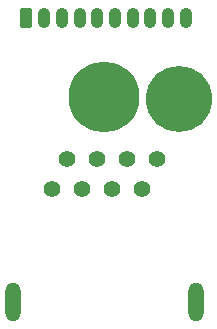
<source format=gbl>
G04 #@! TF.GenerationSoftware,KiCad,Pcbnew,(6.0.4-0)*
G04 #@! TF.CreationDate,2022-09-25T17:40:02+01:00*
G04 #@! TF.ProjectId,FB4NetworkAdaptor,4642344e-6574-4776-9f72-6b4164617074,rev?*
G04 #@! TF.SameCoordinates,Original*
G04 #@! TF.FileFunction,Copper,L2,Bot*
G04 #@! TF.FilePolarity,Positive*
%FSLAX46Y46*%
G04 Gerber Fmt 4.6, Leading zero omitted, Abs format (unit mm)*
G04 Created by KiCad (PCBNEW (6.0.4-0)) date 2022-09-25 17:40:02*
%MOMM*%
%LPD*%
G01*
G04 APERTURE LIST*
G04 Aperture macros list*
%AMRoundRect*
0 Rectangle with rounded corners*
0 $1 Rounding radius*
0 $2 $3 $4 $5 $6 $7 $8 $9 X,Y pos of 4 corners*
0 Add a 4 corners polygon primitive as box body*
4,1,4,$2,$3,$4,$5,$6,$7,$8,$9,$2,$3,0*
0 Add four circle primitives for the rounded corners*
1,1,$1+$1,$2,$3*
1,1,$1+$1,$4,$5*
1,1,$1+$1,$6,$7*
1,1,$1+$1,$8,$9*
0 Add four rect primitives between the rounded corners*
20,1,$1+$1,$2,$3,$4,$5,0*
20,1,$1+$1,$4,$5,$6,$7,0*
20,1,$1+$1,$6,$7,$8,$9,0*
20,1,$1+$1,$8,$9,$2,$3,0*%
G04 Aperture macros list end*
G04 #@! TA.AperFunction,ComponentPad*
%ADD10C,5.600000*%
G04 #@! TD*
G04 #@! TA.AperFunction,ComponentPad*
%ADD11C,6.000000*%
G04 #@! TD*
G04 #@! TA.AperFunction,ComponentPad*
%ADD12RoundRect,0.250000X-0.265000X-0.615000X0.265000X-0.615000X0.265000X0.615000X-0.265000X0.615000X0*%
G04 #@! TD*
G04 #@! TA.AperFunction,ComponentPad*
%ADD13O,1.030000X1.730000*%
G04 #@! TD*
G04 #@! TA.AperFunction,ComponentPad*
%ADD14C,1.400000*%
G04 #@! TD*
G04 #@! TA.AperFunction,ComponentPad*
%ADD15O,1.300000X3.300000*%
G04 #@! TD*
G04 APERTURE END LIST*
D10*
X112900000Y-106800000D03*
D11*
X106600000Y-106700000D03*
D12*
X100000000Y-100000000D03*
D13*
X101500000Y-100000000D03*
X103000000Y-100000000D03*
X104500000Y-100000000D03*
X106000000Y-100000000D03*
X107500000Y-100000000D03*
X109000000Y-100000000D03*
X110500000Y-100000000D03*
X112000000Y-100000000D03*
X113500000Y-100000000D03*
D14*
X111040000Y-111960000D03*
X109770000Y-114500000D03*
X108500000Y-111960000D03*
X107230000Y-114500000D03*
X105960000Y-111960000D03*
X104690000Y-114500000D03*
X103420000Y-111960000D03*
X102150000Y-114500000D03*
D15*
X98850000Y-124000000D03*
X114350000Y-124000000D03*
M02*

</source>
